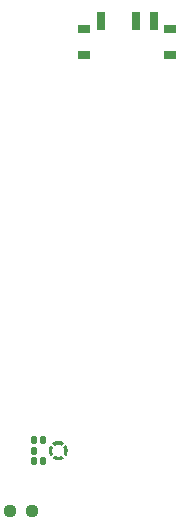
<source format=gbr>
%TF.GenerationSoftware,KiCad,Pcbnew,8.0.8*%
%TF.CreationDate,2025-02-12T10:11:30-08:00*%
%TF.ProjectId,514_pcb,3531345f-7063-4622-9e6b-696361645f70,rev?*%
%TF.SameCoordinates,Original*%
%TF.FileFunction,Paste,Top*%
%TF.FilePolarity,Positive*%
%FSLAX46Y46*%
G04 Gerber Fmt 4.6, Leading zero omitted, Abs format (unit mm)*
G04 Created by KiCad (PCBNEW 8.0.8) date 2025-02-12 10:11:30*
%MOMM*%
%LPD*%
G01*
G04 APERTURE LIST*
G04 Aperture macros list*
%AMRoundRect*
0 Rectangle with rounded corners*
0 $1 Rounding radius*
0 $2 $3 $4 $5 $6 $7 $8 $9 X,Y pos of 4 corners*
0 Add a 4 corners polygon primitive as box body*
4,1,4,$2,$3,$4,$5,$6,$7,$8,$9,$2,$3,0*
0 Add four circle primitives for the rounded corners*
1,1,$1+$1,$2,$3*
1,1,$1+$1,$4,$5*
1,1,$1+$1,$6,$7*
1,1,$1+$1,$8,$9*
0 Add four rect primitives between the rounded corners*
20,1,$1+$1,$2,$3,$4,$5,0*
20,1,$1+$1,$4,$5,$6,$7,0*
20,1,$1+$1,$6,$7,$8,$9,0*
20,1,$1+$1,$8,$9,$2,$3,0*%
G04 Aperture macros list end*
%ADD10C,0.000000*%
%ADD11R,1.000000X0.800000*%
%ADD12R,0.700000X1.500000*%
%ADD13RoundRect,0.237500X-0.250000X-0.237500X0.250000X-0.237500X0.250000X0.237500X-0.250000X0.237500X0*%
%ADD14RoundRect,0.130500X0.130500X-0.169500X0.130500X0.169500X-0.130500X0.169500X-0.130500X-0.169500X0*%
G04 APERTURE END LIST*
D10*
%TO.C,MK1*%
G36*
X108741900Y-106615300D02*
G01*
X108700200Y-106690700D01*
X108671700Y-106772000D01*
X108657300Y-106856900D01*
X108657300Y-106943100D01*
X108671700Y-107028000D01*
X108700200Y-107109300D01*
X108741900Y-107184700D01*
X108527100Y-107399400D01*
X108444700Y-107270000D01*
X108388000Y-107127400D01*
X108359100Y-106976700D01*
X108359100Y-106823300D01*
X108388000Y-106672600D01*
X108444700Y-106530000D01*
X108527100Y-106400600D01*
X108741900Y-106615300D01*
G37*
G36*
X109395400Y-106120000D02*
G01*
X109538000Y-106176700D01*
X109667400Y-106259100D01*
X109452700Y-106473900D01*
X109377300Y-106432200D01*
X109296000Y-106403700D01*
X109211100Y-106389300D01*
X109124900Y-106389300D01*
X109040000Y-106403700D01*
X108958700Y-106432200D01*
X108883300Y-106473900D01*
X108668600Y-106259100D01*
X108798000Y-106176700D01*
X108940600Y-106120000D01*
X109091300Y-106091100D01*
X109244700Y-106091100D01*
X109395400Y-106120000D01*
G37*
G36*
X109667400Y-107540900D02*
G01*
X109538000Y-107623300D01*
X109395400Y-107680000D01*
X109244700Y-107708900D01*
X109091300Y-107708900D01*
X108940600Y-107680000D01*
X108798000Y-107623300D01*
X108668600Y-107540900D01*
X108883300Y-107326100D01*
X108958700Y-107367800D01*
X109040000Y-107396300D01*
X109124900Y-107410700D01*
X109211100Y-107410700D01*
X109296000Y-107396300D01*
X109377300Y-107367800D01*
X109452700Y-107326100D01*
X109667400Y-107540900D01*
G37*
G36*
X109891300Y-106530000D02*
G01*
X109948000Y-106672600D01*
X109976900Y-106823300D01*
X109976900Y-106976700D01*
X109948000Y-107127400D01*
X109891300Y-107270000D01*
X109808900Y-107399400D01*
X109594100Y-107184700D01*
X109635800Y-107109300D01*
X109664300Y-107028000D01*
X109678700Y-106943100D01*
X109678700Y-106856900D01*
X109664300Y-106772000D01*
X109635800Y-106690700D01*
X109594100Y-106615300D01*
X109808900Y-106400600D01*
X109891300Y-106530000D01*
G37*
%TD*%
D11*
%TO.C,SW1*%
X111350000Y-71220000D03*
X111350000Y-73430000D03*
X118650000Y-71220000D03*
X118650000Y-73430000D03*
D12*
X112750000Y-70570000D03*
X115750000Y-70570000D03*
X117250000Y-70570000D03*
%TD*%
D13*
%TO.C,R1*%
X105087500Y-112000000D03*
X106912500Y-112000000D03*
%TD*%
D14*
%TO.C,MK1*%
X107094000Y-107800000D03*
X107916000Y-107800000D03*
X107916000Y-106000000D03*
X107094000Y-106000000D03*
X107094000Y-106900000D03*
%TD*%
M02*

</source>
